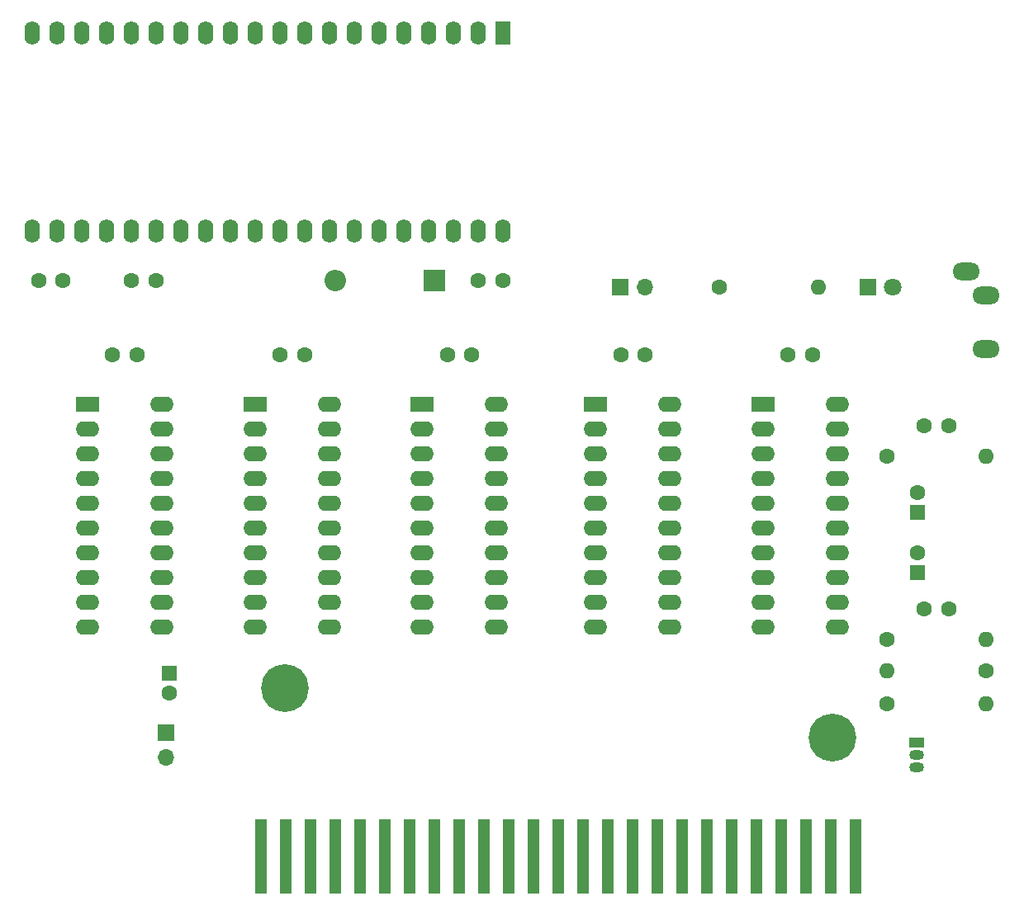
<source format=gbr>
%TF.GenerationSoftware,KiCad,Pcbnew,7.0.7*%
%TF.CreationDate,2023-11-23T15:50:38-08:00*%
%TF.ProjectId,WonrderTANG,576f6e72-6465-4725-9441-4e472e6b6963,rev?*%
%TF.SameCoordinates,Original*%
%TF.FileFunction,Soldermask,Bot*%
%TF.FilePolarity,Negative*%
%FSLAX46Y46*%
G04 Gerber Fmt 4.6, Leading zero omitted, Abs format (unit mm)*
G04 Created by KiCad (PCBNEW 7.0.7) date 2023-11-23 15:50:38*
%MOMM*%
%LPD*%
G01*
G04 APERTURE LIST*
%ADD10C,1.600000*%
%ADD11R,2.200000X2.200000*%
%ADD12O,2.200000X2.200000*%
%ADD13R,1.600000X1.600000*%
%ADD14R,2.400000X1.600000*%
%ADD15O,2.400000X1.600000*%
%ADD16O,1.600000X1.600000*%
%ADD17R,1.700000X1.700000*%
%ADD18O,1.700000X1.700000*%
%ADD19O,2.800000X1.800000*%
%ADD20C,4.900000*%
%ADD21R,1.270000X7.620000*%
%ADD22R,1.600000X2.400000*%
%ADD23O,1.600000X2.400000*%
%ADD24R,1.800000X1.800000*%
%ADD25C,1.800000*%
%ADD26R,1.500000X1.050000*%
%ADD27O,1.500000X1.050000*%
G04 APERTURE END LIST*
D10*
%TO.C,C6*%
X85725000Y-88265000D03*
X83225000Y-88265000D03*
%TD*%
D11*
%TO.C,D2*%
X99060000Y-80645000D03*
D12*
X88900000Y-80645000D03*
%TD*%
D10*
%TO.C,C8*%
X60960000Y-80645000D03*
X58460000Y-80645000D03*
%TD*%
%TO.C,C11*%
X68540000Y-88265000D03*
X66040000Y-88265000D03*
%TD*%
%TO.C,C5*%
X67945000Y-80645000D03*
X70445000Y-80645000D03*
%TD*%
D13*
%TO.C,C3*%
X148590000Y-110585000D03*
D10*
X148590000Y-108585000D03*
%TD*%
D13*
%TO.C,C1*%
X148590000Y-104394000D03*
D10*
X148590000Y-102394000D03*
%TD*%
D14*
%TO.C,U1*%
X80645000Y-93345000D03*
D15*
X80645000Y-95885000D03*
X80645000Y-98425000D03*
X80645000Y-100965000D03*
X80645000Y-103505000D03*
X80645000Y-106045000D03*
X80645000Y-108585000D03*
X80645000Y-111125000D03*
X80645000Y-113665000D03*
X80645000Y-116205000D03*
X88265000Y-116205000D03*
X88265000Y-113665000D03*
X88265000Y-111125000D03*
X88265000Y-108585000D03*
X88265000Y-106045000D03*
X88265000Y-103505000D03*
X88265000Y-100965000D03*
X88265000Y-98425000D03*
X88265000Y-95885000D03*
X88265000Y-93345000D03*
%TD*%
D10*
%TO.C,R5*%
X145415000Y-124079000D03*
D16*
X155575000Y-124079000D03*
%TD*%
D17*
%TO.C,J3*%
X71501000Y-126995000D03*
D18*
X71501000Y-129535000D03*
%TD*%
D10*
%TO.C,R1*%
X128270000Y-81280000D03*
D16*
X138430000Y-81280000D03*
%TD*%
D19*
%TO.C,J2*%
X155575000Y-87630000D03*
X153575000Y-79730000D03*
X155575000Y-82130000D03*
%TD*%
D20*
%TO.C,CON1*%
X83660000Y-122465000D03*
X139860000Y-127565000D03*
D21*
X142240000Y-139700000D03*
X139700000Y-139700000D03*
X137160000Y-139700000D03*
X134620000Y-139700000D03*
X132080000Y-139700000D03*
X129540000Y-139700000D03*
X127000000Y-139700000D03*
X124460000Y-139700000D03*
X121920000Y-139700000D03*
X119380000Y-139700000D03*
X116840000Y-139700000D03*
X114300000Y-139700000D03*
X111760000Y-139700000D03*
X109220000Y-139700000D03*
X106680000Y-139700000D03*
X104140000Y-139700000D03*
X101600000Y-139700000D03*
X99060000Y-139700000D03*
X96520000Y-139700000D03*
X93980000Y-139700000D03*
X91440000Y-139700000D03*
X88900000Y-139700000D03*
X86360000Y-139700000D03*
X83820000Y-139700000D03*
X81280000Y-139700000D03*
%TD*%
D10*
%TO.C,R2*%
X145415000Y-98679000D03*
D16*
X155575000Y-98679000D03*
%TD*%
D13*
%TO.C,C13*%
X71882000Y-120964900D03*
D10*
X71882000Y-122964900D03*
%TD*%
D14*
%TO.C,U6*%
X115570000Y-93345000D03*
D15*
X115570000Y-95885000D03*
X115570000Y-98425000D03*
X115570000Y-100965000D03*
X115570000Y-103505000D03*
X115570000Y-106045000D03*
X115570000Y-108585000D03*
X115570000Y-111125000D03*
X115570000Y-113665000D03*
X115570000Y-116205000D03*
X123190000Y-116205000D03*
X123190000Y-113665000D03*
X123190000Y-111125000D03*
X123190000Y-108585000D03*
X123190000Y-106045000D03*
X123190000Y-103505000D03*
X123190000Y-100965000D03*
X123190000Y-98425000D03*
X123190000Y-95885000D03*
X123190000Y-93345000D03*
%TD*%
D10*
%TO.C,R4*%
X155575000Y-120650000D03*
D16*
X145415000Y-120650000D03*
%TD*%
D10*
%TO.C,C2*%
X151765000Y-95504000D03*
X149265000Y-95504000D03*
%TD*%
D14*
%TO.C,U2*%
X132715000Y-93345000D03*
D15*
X132715000Y-95885000D03*
X132715000Y-98425000D03*
X132715000Y-100965000D03*
X132715000Y-103505000D03*
X132715000Y-106045000D03*
X132715000Y-108585000D03*
X132715000Y-111125000D03*
X132715000Y-113665000D03*
X132715000Y-116205000D03*
X140335000Y-116205000D03*
X140335000Y-113665000D03*
X140335000Y-111125000D03*
X140335000Y-108585000D03*
X140335000Y-106045000D03*
X140335000Y-103505000D03*
X140335000Y-100965000D03*
X140335000Y-98425000D03*
X140335000Y-95885000D03*
X140335000Y-93345000D03*
%TD*%
D22*
%TO.C,U5*%
X106045000Y-55245000D03*
D23*
X103505000Y-55245000D03*
X100965000Y-55245000D03*
X98425000Y-55245000D03*
X95885000Y-55245000D03*
X93345000Y-55245000D03*
X90805000Y-55245000D03*
X88265000Y-55245000D03*
X85725000Y-55245000D03*
X83185000Y-55245000D03*
X80645000Y-55245000D03*
X78105000Y-55245000D03*
X75565000Y-55245000D03*
X73025000Y-55245000D03*
X70485000Y-55245000D03*
X67945000Y-55245000D03*
X65405000Y-55245000D03*
X62865000Y-55245000D03*
X60325000Y-55245000D03*
X57785000Y-55245000D03*
X57785000Y-75565000D03*
X60325000Y-75565000D03*
X62865000Y-75565000D03*
X65405000Y-75565000D03*
X67945000Y-75565000D03*
X70485000Y-75565000D03*
X73025000Y-75565000D03*
X75565000Y-75565000D03*
X78105000Y-75565000D03*
X80645000Y-75565000D03*
X83185000Y-75565000D03*
X85725000Y-75565000D03*
X88265000Y-75565000D03*
X90805000Y-75565000D03*
X93345000Y-75565000D03*
X95885000Y-75565000D03*
X98425000Y-75565000D03*
X100965000Y-75565000D03*
X103505000Y-75565000D03*
X106045000Y-75565000D03*
%TD*%
D10*
%TO.C,C7*%
X102870000Y-88265000D03*
X100370000Y-88265000D03*
%TD*%
%TO.C,C10*%
X120650000Y-88265000D03*
X118150000Y-88265000D03*
%TD*%
%TO.C,C9*%
X137795000Y-88265000D03*
X135295000Y-88265000D03*
%TD*%
D24*
%TO.C,D1*%
X143510000Y-81280000D03*
D25*
X146050000Y-81280000D03*
%TD*%
D10*
%TO.C,C12*%
X106025000Y-80645000D03*
X103525000Y-80645000D03*
%TD*%
D14*
%TO.C,U4*%
X63500000Y-93345000D03*
D15*
X63500000Y-95885000D03*
X63500000Y-98425000D03*
X63500000Y-100965000D03*
X63500000Y-103505000D03*
X63500000Y-106045000D03*
X63500000Y-108585000D03*
X63500000Y-111125000D03*
X63500000Y-113665000D03*
X63500000Y-116205000D03*
X71120000Y-116205000D03*
X71120000Y-113665000D03*
X71120000Y-111125000D03*
X71120000Y-108585000D03*
X71120000Y-106045000D03*
X71120000Y-103505000D03*
X71120000Y-100965000D03*
X71120000Y-98425000D03*
X71120000Y-95885000D03*
X71120000Y-93345000D03*
%TD*%
D10*
%TO.C,C4*%
X151745000Y-114300000D03*
X149245000Y-114300000D03*
%TD*%
D14*
%TO.C,U3*%
X97790000Y-93345000D03*
D15*
X97790000Y-95885000D03*
X97790000Y-98425000D03*
X97790000Y-100965000D03*
X97790000Y-103505000D03*
X97790000Y-106045000D03*
X97790000Y-108585000D03*
X97790000Y-111125000D03*
X97790000Y-113665000D03*
X97790000Y-116205000D03*
X105410000Y-116205000D03*
X105410000Y-113665000D03*
X105410000Y-111125000D03*
X105410000Y-108585000D03*
X105410000Y-106045000D03*
X105410000Y-103505000D03*
X105410000Y-100965000D03*
X105410000Y-98425000D03*
X105410000Y-95885000D03*
X105410000Y-93345000D03*
%TD*%
D26*
%TO.C,Q1*%
X148463000Y-128016000D03*
D27*
X148463000Y-129286000D03*
X148463000Y-130556000D03*
%TD*%
D17*
%TO.C,J1*%
X118105000Y-81280000D03*
D18*
X120645000Y-81280000D03*
%TD*%
D10*
%TO.C,R3*%
X145415000Y-117475000D03*
D16*
X155575000Y-117475000D03*
%TD*%
M02*

</source>
